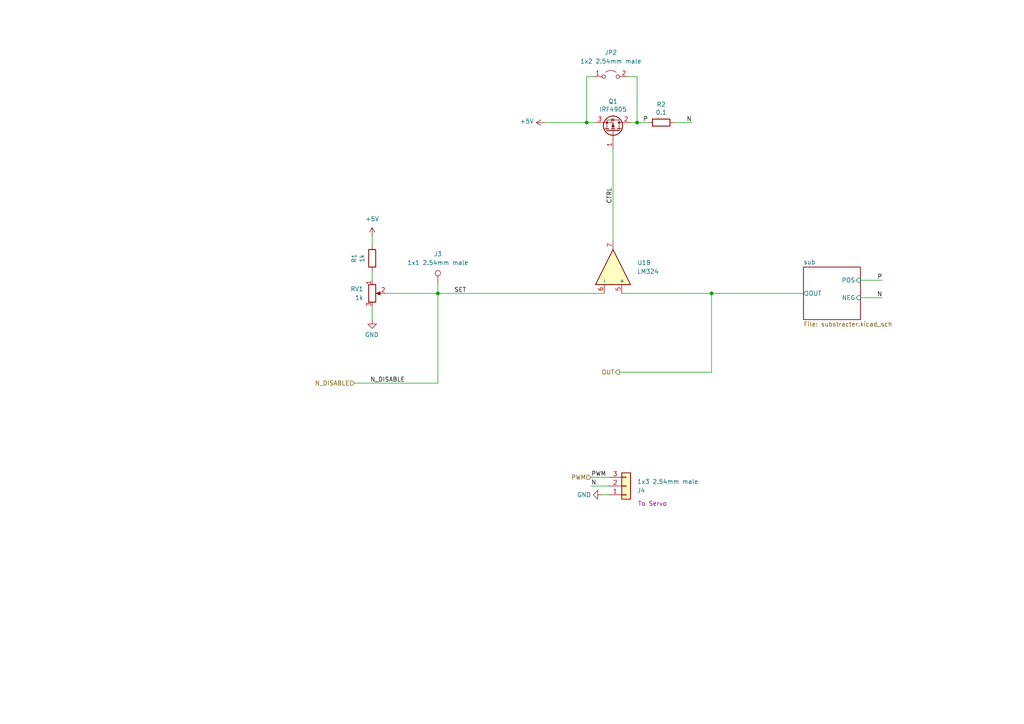
<source format=kicad_sch>
(kicad_sch (version 20211123) (generator eeschema)
  (paper "A4")
  (lib_symbols
    (symbol "Amplifier_Operational:LM324" (pin_names (offset 0.127))
      (property "Reference" "U" (at 0 5.08 0))
      (property "Value" "LM324" (at 0 -5.08 0))
      (symbol "LM324_1_1"
        (polyline (pts (xy -5.08 5.08) (xy 5.08 0) (xy -5.08 -5.08) (xy -5.08 5.08)) (stroke (width 0.254)) (fill (type background)))
        (pin output line (at 7.62 0 180) (length 2.54) (name "~") (number "1"))
        (pin input line (at -7.62 -2.54 0) (length 2.54) (name "-") (number "2"))
        (pin input line (at -7.62 2.54 0) (length 2.54) (name "+") (number "3"))
      )
      (symbol "LM324_2_1"
        (polyline (pts (xy -5.08 5.08) (xy 5.08 0) (xy -5.08 -5.08) (xy -5.08 5.08)) (stroke (width 0.254)) (fill (type background)))
        (pin input line (at -7.62 2.54 0) (length 2.54) (name "+") (number "5"))
        (pin input line (at -7.62 -2.54 0) (length 2.54) (name "-") (number "6"))
        (pin output line (at 7.62 0 180) (length 2.54) (name "~") (number "7"))
      )
      (symbol "LM324_3_1"
        (polyline (pts (xy -5.08 5.08) (xy 5.08 0) (xy -5.08 -5.08) (xy -5.08 5.08)) (stroke (width 0.254)) (fill (type background)))
        (pin input line (at -7.62 2.54 0) (length 2.54) (name "+") (number "10"))
        (pin output line (at 7.62 0 180) (length 2.54) (name "~") (number "8"))
        (pin input line (at -7.62 -2.54 0) (length 2.54) (name "-") (number "9"))
      )
      (symbol "LM324_4_1"
        (polyline (pts (xy -5.08 5.08) (xy 5.08 0) (xy -5.08 -5.08) (xy -5.08 5.08)) (stroke (width 0.254)) (fill (type background)))
        (pin input line (at -7.62 2.54 0) (length 2.54) (name "+") (number "12"))
        (pin input line (at -7.62 -2.54 0) (length 2.54) (name "-") (number "13"))
        (pin output line (at 7.62 0 180) (length 2.54) (name "~") (number "14"))
      )
      (symbol "LM324_5_1"
        (pin power_in line (at -2.54 -7.62 90) (length 3.81) (name "V-") (number "11"))
        (pin power_in line (at -2.54 7.62 270) (length 3.81) (name "V+") (number "4"))
      )
    )
    (symbol "Connector:TestPoint" (pin_numbers hide) (pin_names (offset 0.762) hide)
      (property "Reference" "TP" (at 0 6.858 0))
      (property "Value" "TestPoint" (at 0 5.08 0))
      (symbol "TestPoint_0_1"
        (circle (center 0 3.302) (radius 0.762))
      )
      (symbol "TestPoint_1_1"
        (pin passive line (at 0 0 90) (length 2.54) (name "1") (number "1"))
      )
    )
    (symbol "Connector_Generic:Conn_01x03" (pin_names (offset 1.016) hide)
      (property "Reference" "J" (at 0 5.08 0))
      (property "Value" "Conn_01x03" (at 0 -5.08 0))
      (symbol "Conn_01x03_1_1"
        (rectangle (start -1.27 -2.413) (end 0 -2.667) (stroke (width 0.1524)))
        (rectangle (start -1.27 0.127) (end 0 -0.127) (stroke (width 0.1524)))
        (rectangle (start -1.27 2.667) (end 0 2.413) (stroke (width 0.1524)))
        (rectangle (start -1.27 3.81) (end 1.27 -3.81) (stroke (width 0.254)) (fill (type background)))
        (pin passive line (at -5.08 2.54 0) (length 3.81) (name "Pin_1") (number "1"))
        (pin passive line (at -5.08 0 0) (length 3.81) (name "Pin_2") (number "2"))
        (pin passive line (at -5.08 -2.54 0) (length 3.81) (name "Pin_3") (number "3"))
      )
    )
    (symbol "Device:Q_PMOS_GDS" (pin_names (offset 0) hide)
      (property "Reference" "Q" (at 5.08 1.27 0))
      (property "Value" "Q_PMOS_GDS" (at 5.08 -1.27 0))
      (symbol "Q_PMOS_GDS_0_1"
        (polyline (pts (xy 0.254 0) (xy -2.54 0)))
        (polyline (pts (xy 0.254 1.905) (xy 0.254 -1.905)) (stroke (width 0.254)))
        (polyline (pts (xy 0.762 -1.27) (xy 0.762 -2.286)) (stroke (width 0.254)))
        (polyline (pts (xy 0.762 0.508) (xy 0.762 -0.508)) (stroke (width 0.254)))
        (polyline (pts (xy 0.762 2.286) (xy 0.762 1.27)) (stroke (width 0.254)))
        (polyline (pts (xy 2.54 2.54) (xy 2.54 1.778)))
        (polyline (pts (xy 2.54 -2.54) (xy 2.54 0) (xy 0.762 0)))
        (polyline (pts (xy 0.762 1.778) (xy 3.302 1.778) (xy 3.302 -1.778) (xy 0.762 -1.778)))
        (polyline (pts (xy 2.286 0) (xy 1.27 0.381) (xy 1.27 -0.381) (xy 2.286 0)) (fill (type outline)))
        (polyline (pts (xy 2.794 -0.508) (xy 2.921 -0.381) (xy 3.683 -0.381) (xy 3.81 -0.254)))
        (polyline (pts (xy 3.302 -0.381) (xy 2.921 0.254) (xy 3.683 0.254) (xy 3.302 -0.381)))
        (circle (center 1.651 0) (radius 2.794) (stroke (width 0.254)))
        (circle (center 2.54 -1.778) (radius 0.254) (fill (type outline)))
        (circle (center 2.54 1.778) (radius 0.254) (fill (type outline)))
      )
      (symbol "Q_PMOS_GDS_1_1"
        (pin input line (at -5.08 0 0) (length 2.54) (name "G") (number "1"))
        (pin passive line (at 2.54 5.08 270) (length 2.54) (name "D") (number "2"))
        (pin passive line (at 2.54 -5.08 90) (length 2.54) (name "S") (number "3"))
      )
    )
    (symbol "Device:R" (pin_numbers hide) (pin_names (offset 0))
      (property "Reference" "R" (at 2.032 0 90))
      (property "Value" "R" (at 0 0 90))
      (symbol "R_0_1"
        (rectangle (start -1.016 -2.54) (end 1.016 2.54) (stroke (width 0.254)))
      )
      (symbol "R_1_1"
        (pin passive line (at 0 3.81 270) (length 1.27) (name "~") (number "1"))
        (pin passive line (at 0 -3.81 90) (length 1.27) (name "~") (number "2"))
      )
    )
    (symbol "Device:R_Potentiometer" (pin_names (offset 1.016) hide)
      (property "Reference" "RV" (at -4.445 0 90))
      (property "Value" "R_Potentiometer" (at -2.54 0 90))
      (symbol "R_Potentiometer_0_1"
        (polyline (pts (xy 2.54 0) (xy 1.524 0)))
        (polyline (pts (xy 1.143 0) (xy 2.286 0.508) (xy 2.286 -0.508) (xy 1.143 0)) (fill (type outline)))
        (rectangle (start 1.016 2.54) (end -1.016 -2.54) (stroke (width 0.254)))
      )
      (symbol "R_Potentiometer_1_1"
        (pin passive line (at 0 3.81 270) (length 1.27) (name "1") (number "1"))
        (pin passive line (at 3.81 0 180) (length 1.27) (name "2") (number "2"))
        (pin passive line (at 0 -3.81 90) (length 1.27) (name "3") (number "3"))
      )
    )
    (symbol "Jumper:Jumper_2_Open" (pin_names (offset 0) hide)
      (property "Reference" "JP" (at 0 2.794 0))
      (property "Value" "Jumper_2_Open" (at 0 -2.286 0))
      (symbol "Jumper_2_Open_0_0"
        (circle (center -2.032 0) (radius 0.508))
        (circle (center 2.032 0) (radius 0.508))
      )
      (symbol "Jumper_2_Open_0_1"
        (arc (start 1.524 1.27) (mid 0 1.778) (end -1.524 1.27))
      )
      (symbol "Jumper_2_Open_1_1"
        (pin passive line (at -5.08 0 0) (length 2.54) (name "A") (number "1"))
        (pin passive line (at 5.08 0 180) (length 2.54) (name "B") (number "2"))
      )
    )
    (symbol "power:+5V" (power) (pin_names (offset 0))
      (property "Value" "+5V" (at 0 3.556 0))
      (symbol "+5V_0_1"
        (polyline (pts (xy -0.762 1.27) (xy 0 2.54)))
        (polyline (pts (xy 0 0) (xy 0 2.54)))
        (polyline (pts (xy 0 2.54) (xy 0.762 1.27)))
      )
      (symbol "+5V_1_1"
        (pin power_in line (at 0 0 90) (length 0) hide (name "+5V") (number "1"))
      )
    )
    (symbol "power:GND" (power) (pin_names (offset 0))
      (property "Value" "GND" (at 0 -3.81 0))
      (symbol "GND_0_1"
        (polyline (pts (xy 0 0) (xy 0 -1.27) (xy 1.27 -1.27) (xy 0 -2.54) (xy -1.27 -1.27) (xy 0 -1.27)))
      )
      (symbol "GND_1_1"
        (pin power_in line (at 0 0 270) (length 0) hide (name "GND") (number "1"))
      )
    )
  )
  (junction (at 206.375 85.09))
  (junction (at 170.18 35.56))
  (junction (at 127 85.09))
  (junction (at 184.785 35.56))
  (wire (pts (xy 255.905 81.28) (xy 249.555 81.28)))
  (wire (pts (xy 182.88 35.56) (xy 184.785 35.56)))
  (wire (pts (xy 158.115 35.56) (xy 170.18 35.56)))
  (wire (pts (xy 182.245 22.225) (xy 184.785 22.225)))
  (wire (pts (xy 176.53 140.97) (xy 171.45 140.97)))
  (wire (pts (xy 127 85.09) (xy 127 82.55)))
  (wire (pts (xy 184.785 22.225) (xy 184.785 35.56)))
  (wire (pts (xy 180.34 85.09) (xy 206.375 85.09)))
  (wire (pts (xy 206.375 85.09) (xy 233.045 85.09)))
  (wire (pts (xy 179.705 107.95) (xy 206.375 107.95)))
  (wire (pts (xy 176.53 138.43) (xy 171.45 138.43)))
  (wire (pts (xy 206.375 85.09) (xy 206.375 107.95)))
  (wire (pts (xy 170.18 35.56) (xy 172.72 35.56)))
  (wire (pts (xy 107.95 88.9) (xy 107.95 92.71)))
  (wire (pts (xy 255.905 86.36) (xy 249.555 86.36)))
  (wire (pts (xy 107.95 68.58) (xy 107.95 71.12)))
  (wire (pts (xy 195.58 35.56) (xy 200.66 35.56)))
  (wire (pts (xy 102.87 111.125) (xy 127 111.125)))
  (wire (pts (xy 172.085 22.225) (xy 170.18 22.225)))
  (wire (pts (xy 174.625 143.51) (xy 176.53 143.51)))
  (wire (pts (xy 127 111.125) (xy 127 85.09)))
  (wire (pts (xy 127 85.09) (xy 175.26 85.09)))
  (wire (pts (xy 170.18 22.225) (xy 170.18 35.56)))
  (wire (pts (xy 177.8 43.18) (xy 177.8 69.85)))
  (wire (pts (xy 107.95 78.74) (xy 107.95 81.28)))
  (wire (pts (xy 184.785 35.56) (xy 187.96 35.56)))
  (wire (pts (xy 111.76 85.09) (xy 127 85.09)))
  (label "P" (at 187.96 35.56 180))
  (label "CTRL" (at 177.8 59.055 90))
  (label "N_DISABLE" (at 117.475 111.125 180))
  (label "N" (at 171.45 140.97 0))
  (label "N" (at 255.905 86.36 180))
  (label "P" (at 255.905 81.28 180))
  (label "N" (at 200.66 35.56 180))
  (label "SET" (at 135.255 85.09 180))
  (label "PWM" (at 171.45 138.43 0))
  (hierarchical_label "N_DISABLE" (shape input) (at 102.87 111.125 180))
  (hierarchical_label "PWM" (shape input) (at 171.45 138.43 180))
  (hierarchical_label "OUT" (shape output) (at 179.705 107.95 180))
  (symbol (lib_id "Jumper:Jumper_2_Open") (at 177.165 22.225 0) (unit 1)
    (property "Reference" "JP2" (at 177.165 15.24 0))
    (property "Value" "1x2 2.54mm male" (at 177.165 17.78 0))
    (property "Footprint" "Connector_PinHeader_2.54mm:PinHeader_1x02_P2.54mm_Vertical" (effects hide))
  )
  (symbol (lib_id "power:+5V") (at 107.95 68.58 0) (unit 1)
    (property "Reference" "#PWR011" (effects hide))
    (property "Value" "+5V" (at 107.95 63.5 0))
  )
  (symbol (lib_id "power:+5V") (at 158.115 35.56 90) (unit 1)
    (property "Reference" "#PWR013" (effects hide))
    (property "Value" "+5V" (at 154.8638 35.179 90) (effects (justify left)))
  )
  (symbol (lib_id "Connector:TestPoint") (at 127 82.55 0) (unit 1)
    (property "Reference" "J3" (at 127 73.66 0))
    (property "Value" "1x1 2.54mm male" (at 127 76.2 0))
    (property "Footprint" "Connector_PinHeader_2.54mm:PinHeader_1x01_P2.54mm_Vertical" (effects hide))
  )
  (symbol (lib_id "Device:R") (at 107.95 74.93 0) (unit 1)
    (property "Reference" "R1" (at 102.6922 74.93 90))
    (property "Value" "1k" (at 105.0036 74.93 90))
    (property "Footprint" "For_Rasterboard:R_Axial_DIN0207_L6.3mm_D2.5mm_P5.08mm_Vertical" (effects hide))
  )
  (symbol (lib_id "Device:Q_PMOS_GDS") (at 177.8 38.1 270) (mirror x) (unit 1)
    (property "Reference" "Q1" (at 177.8 29.4132 90))
    (property "Value" "IRF4905" (at 177.8 31.7246 90))
    (property "Footprint" "Package_TO_SOT_THT:TO-220-3_Vertical" (effects hide))
  )
  (symbol (lib_id "power:GND") (at 107.95 92.71 0) (mirror y) (unit 1)
    (property "Reference" "#PWR012" (effects hide))
    (property "Value" "GND" (at 107.823 97.1042 0))
  )
  (symbol (lib_id "Device:R_Potentiometer") (at 107.95 85.09 0) (unit 1)
    (property "Reference" "RV1" (at 105.41 83.8199 0) (effects (justify right)))
    (property "Value" "1k" (at 105.41 86.3599 0) (effects (justify right)))
    (property "Footprint" "Potentiometer_THT:Potentiometer_Piher_PT-10-V10_Vertical" (effects hide))
  )
  (symbol (lib_id "Device:R") (at 191.77 35.56 270) (unit 1)
    (property "Reference" "R2" (at 191.77 30.3022 90))
    (property "Value" "0.1" (at 191.77 32.6136 90))
    (property "Footprint" "For_Rasterboard:R_Axial_DIN0207_L6.3mm_D2.5mm_P7.62mm_Horizontal" (effects hide))
  )
  (symbol (lib_id "Amplifier_Operational:LM324") (at 177.8 77.47 270) (mirror x) (unit 2)
    (property "Reference" "U1" (at 184.785 76.1999 90) (effects (justify left)))
    (property "Value" "LM324" (at 184.785 78.7399 90) (effects (justify left)))
    (property "Footprint" "Package_DIP:DIP-14_W7.62mm" (effects hide))
    (property "Datasheet" "http://www.ti.com/lit/ds/symlink/lm2902-n.pdf" (effects hide))
  )
  (symbol (lib_id "power:GND") (at 174.625 143.51 270) (unit 1)
    (property "Reference" "#PWR014" (effects hide))
    (property "Value" "GND" (at 171.45 143.5099 90) (effects (justify right)))
  )
  (symbol (lib_id "Connector_Generic:Conn_01x03") (at 181.61 140.97 0) (mirror x) (unit 1)
    (property "Reference" "J4" (at 184.785 142.2401 0) (effects (justify left)))
    (property "Value" "1x3 2.54mm male" (at 184.785 139.7001 0) (effects (justify left)))
    (property "Footprint" "Connector_PinHeader_2.54mm:PinHeader_1x03_P2.54mm_Vertical" (effects hide))
    (property "Comment" "To Servo" (at 189.23 146.05 0))
  )
  (sheet (at 233.045 77.47) (size 16.51 15.24) (stroke (width 0.1524))
    (property "Sheet name" "sub" (at 233.045 76.7584 0) (effects (justify left bottom)))
    (property "Sheet file" "substracter.kicad_sch" (at 233.045 93.2946 0) (effects (justify left top)))
    (pin "POS" input (at 249.555 81.28 0))
    (pin "NEG" input (at 249.555 86.36 0))
    (pin "OUT" output (at 233.045 85.09 180))
  )
)
</source>
